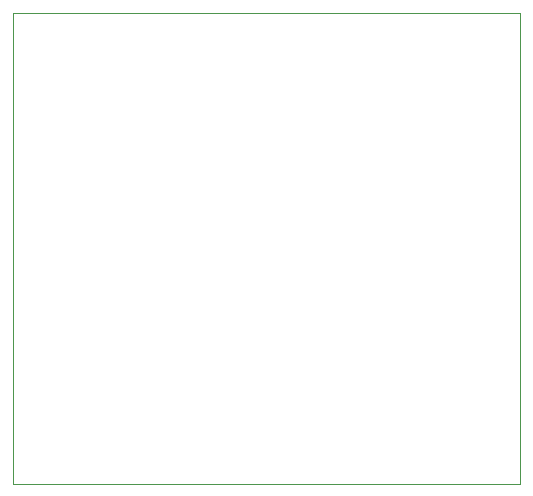
<source format=gbr>
%TF.GenerationSoftware,KiCad,Pcbnew,7.0.1*%
%TF.CreationDate,2023-12-31T16:00:12+01:00*%
%TF.ProjectId,ami_rtc,616d695f-7274-4632-9e6b-696361645f70,rev?*%
%TF.SameCoordinates,PX5125ed0PY5544200*%
%TF.FileFunction,Profile,NP*%
%FSLAX46Y46*%
G04 Gerber Fmt 4.6, Leading zero omitted, Abs format (unit mm)*
G04 Created by KiCad (PCBNEW 7.0.1) date 2023-12-31 16:00:12*
%MOMM*%
%LPD*%
G01*
G04 APERTURE LIST*
%TA.AperFunction,Profile*%
%ADD10C,0.100000*%
%TD*%
G04 APERTURE END LIST*
D10*
X42926000Y39878000D02*
X0Y39878000D01*
X42926000Y0D02*
X42926000Y39878000D01*
X0Y0D02*
X42926000Y0D01*
X0Y39878000D02*
X0Y0D01*
M02*

</source>
